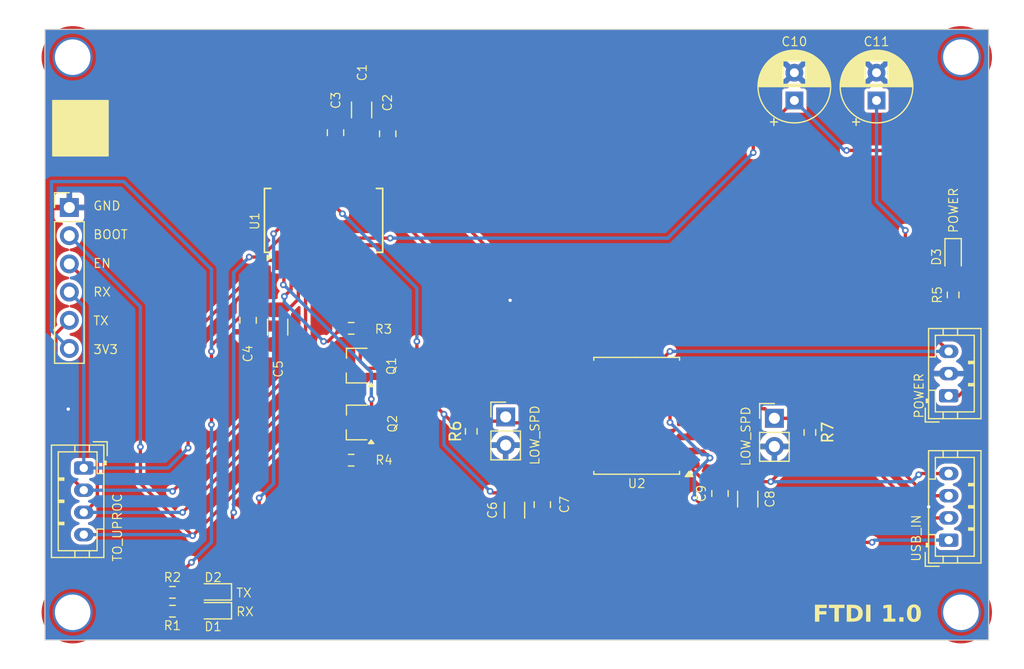
<source format=kicad_pcb>
(kicad_pcb (version 20240108) (generator "pcbnew") (generator_version "8.0")
  (layers (0 "F.Cu" signal) (31 "B.Cu" signal) (34 "B.Paste" user) (35 "F.Paste" user) (36 "B.SilkS" user "B.Silkscreen") (37 "F.SilkS" user "F.Silkscreen") (38 "B.Mask" user) (39 "F.Mask" user) (44 "Edge.Cuts" user))
  (net 0 "")
  (net 1 "GND")
  (net 2 "3V3")
  (net 3 "5V")
  (net 4 "Net-(U1-3V3OUT)")
  (net 8 "Net-(D1-A)")
  (net 11 "Net-(D2-A)")
  (net 15 "Net-(Q1-B)")
  (net 16 "Net-(Q2-B)")
  (net 19 "RX")
  (net 20 "TX")
  (net 21 "ENABLE")
  (net 22 "BOOT")
  (net 23 "CBUS1")
  (net 24 "CBUS0")
  (net 25 "DTR")
  (net 26 "RTS")
  (net 27 "USB_VBUS")
  (net 28 "USB_GND")
  (net 29 "D-")
  (net 30 "D+")
  (net 31 "USB_D-")
  (net 32 "USB_D+")
  (net 33 "Net-(D3-A)")
  (net 34 "SPD")
  (net 35 "SPU")
  (footprint "Resistor_SMD:R_0603_1608Metric_Pad0.98x0.95mm_HandSolder" (layer "F.Cu") (at 124.3 99.7 90)
    (property "Reference" "R6" (at 0 -1.43 90) (layer "F.SilkS"))
    (property "Value" "4.7K")
    (pad "1" smd roundrect (at -0.9125 0 90) (size 0.975 0.95) (layers "F.Cu" "F.Paste" "F.Mask") (net 3 "5V"))
    (pad "2" smd roundrect (at 0.9125 0 90) (size 0.975 0.95) (layers "F.Cu" "F.Paste" "F.Mask") (net 34 "SPD"))
  )
  (footprint "Resistor_SMD:R_0603_1608Metric_Pad0.98x0.95mm_HandSolder" (layer "F.Cu") (at 167.7 87.4125 90)
    (property "Reference" "R5" (at 0 -1.43 90) (layer "F.SilkS") (effects (font (size 0.8 0.8) (thickness 0.1))))
    (property "Value" "150R")
    (pad "1" smd roundrect (at -0.9125 0 90) (size 0.975 0.95) (layers "F.Cu" "F.Paste" "F.Mask") (net 2 "3V3"))
    (pad "2" smd roundrect (at 0.9125 0 90) (size 0.975 0.95) (layers "F.Cu" "F.Paste" "F.Mask") (net 33 "Net-(D3-A)"))
  )
  (footprint "Capacitor_SMD:C_0805_2012Metric_Pad1.18x1.45mm_HandSolder" (layer "F.Cu") (at 146.7 105.3 90)
    (property "Reference" "C9" (at 0 -1.68 90) (layer "F.SilkS") (effects (font (size 0.8 0.8) (thickness 0.1))))
    (property "Value" "0.1U")
    (pad "1" smd roundrect (at -1.0375 0 90) (size 1.175 1.45) (layers "F.Cu" "F.Paste" "F.Mask") (roundrect_rratio 0.212766) (net 28 "USB_GND"))
    (pad "2" smd roundrect (at 1.0375 0 90) (size 1.175 1.45) (layers "F.Cu" "F.Paste" "F.Mask") (roundrect_rratio 0.212766) (net 27 "USB_VBUS"))
  )
  (footprint "Package_TO_SOT_SMD:TSOT-23" (layer "F.Cu") (at 114.005 98.9233 180)
    (property "Reference" "Q2" (at -3.202102 -0.089616 90) (layer "F.SilkS") (effects (font (size 0.8 0.8) (thickness 0.1))))
    (property "Value" "2N3055")
    (pad "1" smd roundrect (at -1.31 -0.95 180) (size 1.22 0.65) (layers "F.Cu" "F.Paste" "F.Mask") (net 16 "Net-(Q2-B)"))
    (pad "2" smd roundrect (at -1.31 0.95 180) (size 1.22 0.65) (layers "F.Cu" "F.Paste" "F.Mask") (net 25 "DTR"))
    (pad "3" smd roundrect (at 1.31 0 180) (size 1.22 0.65) (layers "F.Cu" "F.Paste" "F.Mask") (net 22 "BOOT"))
  )
  (footprint "MountingHole:MountingHole_3.2mm_M3_DIN965_Pad_TopOnly" (layer "F.Cu") (at 88.4 66 90)
    (property "Reference" "H1" (hide yes))
    (property "Value" "MountingHole")
    (pad "1" thru_hole circle (at 0 0 90) (size 3.6 3.6) (drill 3.2) (layers "*.Cu" "*.Mask"))
    (pad "1" connect circle (at 0 0 90) (size 5.6 5.6) (layers "F.Cu" "F.Mask"))
  )
  (footprint "Capacitor_SMD:C_1206_3216Metric_Pad1.33x1.80mm_HandSolder" (layer "F.Cu") (at 149.2 105.8 90)
    (property "Reference" "C8" (at 0 2 90) (layer "F.SilkS") (effects (font (size 0.8 0.8) (thickness 0.1))))
    (property "Value" "10U")
    (pad "1" smd roundrect (at -1.5625 0 90) (size 1.325 1.8) (layers "F.Cu" "F.Paste" "F.Mask") (roundrect_rratio 0.188679) (net 28 "USB_GND"))
    (pad "2" smd roundrect (at 1.5625 0 90) (size 1.325 1.8) (layers "F.Cu" "F.Paste" "F.Mask") (roundrect_rratio 0.188679) (net 27 "USB_VBUS"))
  )
  (footprint "Connector_PinHeader_2.54mm:PinHeader_1x06_P2.54mm_Vertical" (layer "F.Cu") (at 88.1 79.54)
    (property "Reference" "J6" (hide yes))
    (property "Value" "Conn_01x06_Pin")
    (pad "1" thru_hole rect (at 0 0) (size 1.7 1.7) (drill 1) (layers "*.Cu" "*.Mask") (net 1 "GND"))
    (pad "2" thru_hole oval (at 0 2.54) (size 1.7 1.7) (drill 1) (layers "*.Cu" "*.Mask") (net 22 "BOOT"))
    (pad "3" thru_hole oval (at 0 5.08) (size 1.7 1.7) (drill 1) (layers "*.Cu" "*.Mask") (net 21 "ENABLE"))
    (pad "4" thru_hole oval (at 0 7.62) (size 1.7 1.7) (drill 1) (layers "*.Cu" "*.Mask") (net 19 "RX"))
    (pad "5" thru_hole oval (at 0 10.16) (size 1.7 1.7) (drill 1) (layers "*.Cu" "*.Mask") (net 20 "TX"))
    (pad "6" thru_hole oval (at 0 12.7) (size 1.7 1.7) (drill 1) (layers "*.Cu" "*.Mask") (net 2 "3V3"))
  )
  (footprint "Capacitor_SMD:C_0805_2012Metric_Pad1.18x1.45mm_HandSolder" (layer "F.Cu") (at 104.2 89.7 -90)
    (property "Reference" "C4" (at 3 0.014578 90) (layer "F.SilkS") (effects (font (size 0.8 0.8) (thickness 0.1))))
    (property "Value" "0.1U")
    (pad "1" smd roundrect (at -1.0375 0 270) (size 1.175 1.45) (layers "F.Cu" "F.Paste" "F.Mask") (roundrect_rratio 0.2127659574) (net 2 "3V3"))
    (pad "2" smd roundrect (at 1.0375 0 270) (size 1.175 1.45) (layers "F.Cu" "F.Paste" "F.Mask") (roundrect_rratio 0.2127659574) (net 1 "GND"))
  )
  (footprint "MountingHole:MountingHole_3.2mm_M3_DIN965_Pad_TopOnly" (layer "F.Cu") (at 88.4 116 90)
    (property "Reference" "H3" (hide yes))
    (property "Value" "MountingHole")
    (pad "1" thru_hole circle (at 0 0 90) (size 3.6 3.6) (drill 3.2) (layers "*.Cu" "*.Mask"))
    (pad "1" connect circle (at 0 0 90) (size 5.6 5.6) (layers "F.Cu" "F.Mask"))
  )
  (footprint "MountingHole:MountingHole_3.2mm_M3_DIN965_Pad_TopOnly" (layer "F.Cu") (at 168.4 66 90)
    (property "Reference" "H2" (hide yes))
    (property "Value" "MountingHole")
    (pad "1" thru_hole circle (at 0 0 90) (size 3.6 3.6) (drill 3.2) (layers "*.Cu" "*.Mask"))
    (pad "1" connect circle (at 0 0 90) (size 5.6 5.6) (layers "F.Cu" "F.Mask"))
  )
  (footprint "LED_SMD:LED_0603_1608Metric_Pad1.05x0.95mm_HandSolder" (layer "F.Cu") (at 101.05 114.16 180)
    (property "Reference" "D2" (at 0 1.3 0) (layer "F.SilkS") (effects (font (size 0.8 0.8) (thickness 0.1))))
    (property "Value" "YELLOW")
    (pad "1" smd roundrect (at -0.875 0 180) (size 1.05 0.95) (layers "F.Cu" "F.Paste" "F.Mask") (net 23 "CBUS1"))
    (pad "2" smd roundrect (at 0.875 0 180) (size 1.05 0.95) (layers "F.Cu" "F.Paste" "F.Mask") (net 11 "Net-(D2-A)"))
  )
  (footprint "Resistor_SMD:R_0603_1608Metric_Pad0.98x0.95mm_HandSolder" (layer "F.Cu") (at 113.485 102.3 180)
    (property "Reference" "R4" (at -2.962102 0.01 0) (layer "F.SilkS") (effects (font (size 0.8 0.8) (thickness 0.1))))
    (property "Value" "10K")
    (pad "1" smd roundrect (at -0.9125 0 180) (size 0.975 0.95) (layers "F.Cu" "F.Paste" "F.Mask") (net 25 "DTR"))
    (pad "2" smd roundrect (at 0.9125 0 180) (size 0.975 0.95) (layers "F.Cu" "F.Paste" "F.Mask") (net 15 "Net-(Q1-B)"))
  )
  (footprint "Package_SO:SOIC-16W_7.5x10.3mm_P1.27mm" (layer "F.Cu") (at 139.2 98.3 180)
    (property "Reference" "U2" (at 0 -6.1 0) (layer "F.SilkS") (effects (font (size 0.8 0.8) (thickness 0.1))))
    (property "Value" "ADUM3160")
    (pad "1" smd roundrect (at -4.65 -4.445 180) (size 2.05 0.6) (layers "F.Cu" "F.Paste" "F.Mask") (net 27 "USB_VBUS"))
    (pad "2" smd roundrect (at -4.65 -3.175 180) (size 2.05 0.6) (layers "F.Cu" "F.Paste" "F.Mask") (net 28 "USB_GND"))
    (pad "3" smd roundrect (at -4.65 -1.905 180) (size 2.05 0.6) (layers "F.Cu" "F.Paste" "F.Mask") (net 27 "USB_VBUS"))
    (pad "4" smd roundrect (at -4.65 -0.635 180) (size 2.05 0.6) (layers "F.Cu" "F.Paste" "F.Mask") (net 27 "USB_VBUS"))
    (pad "5" smd roundrect (at -4.65 0.635 180) (size 2.05 0.6) (layers "F.Cu" "F.Paste" "F.Mask") (net 35 "SPU"))
    (pad "6" smd roundrect (at -4.65 1.905 180) (size 2.05 0.6) (layers "F.Cu" "F.Paste" "F.Mask") (net 31 "USB_D-"))
    (pad "7" smd roundrect (at -4.65 3.175 180) (size 2.05 0.6) (layers "F.Cu" "F.Paste" "F.Mask") (net 32 "USB_D+"))
    (pad "8" smd roundrect (at -4.65 4.445 180) (size 2.05 0.6) (layers "F.Cu" "F.Paste" "F.Mask") (net 28 "USB_GND"))
    (pad "9" smd roundrect (at 4.65 4.445 180) (size 2.05 0.6) (layers "F.Cu" "F.Paste" "F.Mask") (net 1 "GND"))
    (pad "10" smd roundrect (at 4.65 3.175 180) (size 2.05 0.6) (layers "F.Cu" "F.Paste" "F.Mask") (net 30 "D+"))
    (pad "11" smd roundrect (at 4.65 1.905 180) (size 2.05 0.6) (layers "F.Cu" "F.Paste" "F.Mask") (net 29 "D-"))
    (pad "12" smd roundrect (at 4.65 0.635 180) (size 2.05 0.6) (layers "F.Cu" "F.Paste" "F.Mask") (net 3 "5V"))
    (pad "13" smd roundrect (at 4.65 -0.635 180) (size 2.05 0.6) (layers "F.Cu" "F.Paste" "F.Mask") (net 34 "SPD"))
    (pad "14" smd roundrect (at 4.65 -1.905 180) (size 2.05 0.6) (layers "F.Cu" "F.Paste" "F.Mask") (net 3 "5V"))
    (pad "15" smd roundrect (at 4.65 -3.175 180) (size 2.05 0.6) (layers "F.Cu" "F.Paste" "F.Mask") (net 1 "GND"))
    (pad "16" smd roundrect (at 4.65 -4.445 180) (size 2.05 0.6) (layers "F.Cu" "F.Paste" "F.Mask") (net 3 "5V"))
  )
  (footprint "Connector_PinHeader_2.54mm:PinHeader_1x02_P2.54mm_Vertical" (layer "F.Cu") (at 151.6 98.525)
    (property "Reference" "J4" (hide yes))
    (property "Value" "Conn_01x02_Pin")
    (pad "1" thru_hole rect (at 0 0) (size 1.7 1.7) (drill 1) (layers "*.Cu" "*.Mask") (net 35 "SPU"))
    (pad "2" thru_hole oval (at 0 2.54) (size 1.7 1.7) (drill 1) (layers "*.Cu" "*.Mask") (net 1 "GND"))
  )
  (footprint "Capacitor_SMD:C_1206_3216Metric_Pad1.33x1.80mm_HandSolder" (layer "F.Cu") (at 106.8646 90.3154 -90)
    (property "Reference" "C5" (at 3.767234 -0.05 90) (layer "F.SilkS") (effects (font (size 0.8 0.8) (thickness 0.1))))
    (property "Value" "10U")
    (pad "1" smd roundrect (at -1.5625 0 270) (size 1.325 1.8) (layers "F.Cu" "F.Paste" "F.Mask") (roundrect_rratio 0.1886792453) (net 2 "3V3"))
    (pad "2" smd roundrect (at 1.5625 0 270) (size 1.325 1.8) (layers "F.Cu" "F.Paste" "F.Mask") (roundrect_rratio 0.1886792453) (net 1 "GND"))
  )
  (footprint "Capacitor_THT:CP_Radial_D6.3mm_P2.50mm" (layer "F.Cu") (at 153.4 69.9 90)
    (property "Reference" "C10" (at 5.3 0 0) (layer "F.SilkS") (effects (font (size 0.8 0.8) (thickness 0.1))))
    (property "Value" "470u")
    (pad "1" thru_hole rect (at 0 0 90) (size 1.6 1.6) (drill 0.8) (layers "*.Cu" "*.Mask") (net 2 "3V3"))
    (pad "2" thru_hole circle (at 2.5 0 90) (size 1.6 1.6) (drill 0.8) (layers "*.Cu" "*.Mask") (net 1 "GND"))
  )
  (footprint "Resistor_SMD:R_0603_1608Metric_Pad0.98x0.95mm_HandSolder" (layer "F.Cu") (at 97.3875 114.2)
    (property "Reference" "R2" (at 0 -1.35 0) (layer "F.SilkS") (effects (font (size 0.8 0.8) (thickness 0.1))))
    (property "Value" "430R")
    (pad "1" smd roundrect (at -0.9125 0) (size 0.975 0.95) (layers "F.Cu" "F.Paste" "F.Mask") (net 2 "3V3"))
    (pad "2" smd roundrect (at 0.9125 0) (size 0.975 0.95) (layers "F.Cu" "F.Paste" "F.Mask") (net 11 "Net-(D2-A)"))
  )
  (footprint "Connector_PinHeader_2.54mm:PinHeader_1x02_P2.54mm_Vertical" (layer "F.Cu") (at 127.4 98.4)
    (property "Reference" "J3" (hide yes))
    (property "Value" "Conn_01x02_Pin")
    (pad "1" thru_hole rect (at 0 0) (size 1.7 1.7) (drill 1) (layers "*.Cu" "*.Mask") (net 34 "SPD"))
    (pad "2" thru_hole oval (at 0 2.54) (size 1.7 1.7) (drill 1) (layers "*.Cu" "*.Mask") (net 1 "GND"))
  )
  (footprint "Resistor_SMD:R_0603_1608Metric_Pad0.98x0.95mm_HandSolder" (layer "F.Cu") (at 113.485 90.4233)
    (property "Reference" "R3" (at 2.912102 0.0767 0) (layer "F.SilkS") (effects (font (size 0.8 0.8) (thickness 0.1))))
    (property "Value" "10K")
    (pad "1" smd roundrect (at -0.9125 0) (size 0.975 0.95) (layers "F.Cu" "F.Paste" "F.Mask") (net 26 "RTS"))
    (pad "2" smd roundrect (at 0.9125 0) (size 0.975 0.95) (layers "F.Cu" "F.Paste" "F.Mask") (net 16 "Net-(Q2-B)"))
  )
  (footprint "Connector_JST:JST_PH_B4B-PH-K_1x04_P2.00mm_Vertical" (layer "F.Cu") (at 167.3 109.5 90)
    (property "Reference" "J2" (hide yes))
    (property "Value" "Conn_01x04_Pin")
    (pad "1" thru_hole roundrect (at 0 0 90) (size 1.2 1.75) (drill 0.75) (layers "*.Cu" "*.Mask") (roundrect_rratio 0.208333) (net 28 "USB_GND"))
    (pad "2" thru_hole oval (at 2 0 90) (size 1.2 1.75) (drill 0.75) (layers "*.Cu" "*.Mask") (net 31 "USB_D-"))
    (pad "3" thru_hole oval (at 4 0 90) (size 1.2 1.75) (drill 0.75) (layers "*.Cu" "*.Mask") (net 32 "USB_D+"))
    (pad "4" thru_hole oval (at 6 0 90) (size 1.2 1.75) (drill 0.75) (layers "*.Cu" "*.Mask") (net 27 "USB_VBUS"))
  )
  (footprint "Connector_JST:JST_PH_B3B-PH-K_1x03_P2.00mm_Vertical" (layer "F.Cu") (at 167.3 96.5 90)
    (property "Reference" "J5" (hide yes))
    (property "Value" "Conn_01x03_Pin")
    (pad "1" thru_hole roundrect (at 0 0 90) (size 1.2 1.75) (drill 0.75) (layers "*.Cu" "*.Mask") (roundrect_rratio 0.208333) (net 2 "3V3"))
    (pad "2" thru_hole oval (at 2 0 90) (size 1.2 1.75) (drill 0.75) (layers "*.Cu" "*.Mask") (net 1 "GND"))
    (pad "3" thru_hole oval (at 4 0 90) (size 1.2 1.75) (drill 0.75) (layers "*.Cu" "*.Mask") (net 3 "5V"))
  )
  (footprint "Resistor_SMD:R_0603_1608Metric_Pad0.98x0.95mm_HandSolder" (layer "F.Cu") (at 154.8 99.8 90)
    (property "Reference" "R7" (at 0 1.6 90) (layer "F.SilkS"))
    (property "Value" "4.7K")
    (pad "1" smd roundrect (at -0.9125 0 90) (size 0.975 0.95) (layers "F.Cu" "F.Paste" "F.Mask") (net 27 "USB_VBUS"))
    (pad "2" smd roundrect (at 0.9125 0 90) (size 0.975 0.95) (layers "F.Cu" "F.Paste" "F.Mask") (net 35 "SPU"))
  )
  (footprint "Resistor_SMD:R_0603_1608Metric_Pad0.98x0.95mm_HandSolder" (layer "F.Cu") (at 97.3875 115.9)
    (property "Reference" "R1" (at 0 1.3 0) (layer "F.SilkS") (effects (font (size 0.8 0.8) (thickness 0.1))))
    (property "Value" "150R")
    (pad "1" smd roundrect (at -0.9125 0) (size 0.975 0.95) (layers "F.Cu" "F.Paste" "F.Mask") (net 2 "3V3"))
    (pad "2" smd roundrect (at 0.9125 0) (size 0.975 0.95) (layers "F.Cu" "F.Paste" "F.Mask") (net 8 "Net-(D1-A)"))
  )
  (footprint "Capacitor_SMD:C_1206_3216Metric_Pad1.33x1.80mm_HandSolder" (layer "F.Cu") (at 128.2 106.8 -90)
    (property "Reference" "C6" (at 0 2 90) (layer "F.SilkS") (effects (font (size 0.8 0.8) (thickness 0.1))))
    (property "Value" "10U")
    (pad "1" smd roundrect (at -1.5625 0 270) (size 1.325 1.8) (layers "F.Cu" "F.Paste" "F.Mask") (roundrect_rratio 0.188679) (net 3 "5V"))
    (pad "2" smd roundrect (at 1.5625 0 270) (size 1.325 1.8) (layers "F.Cu" "F.Paste" "F.Mask") (roundrect_rratio 0.188679) (net 1 "GND"))
  )
  (footprint "Capacitor_SMD:C_0805_2012Metric_Pad1.18x1.45mm_HandSolder" (layer "F.Cu") (at 116.775 72.9 90)
    (property "Reference" "C2" (at 2.8 -0.025 90) (layer "F.SilkS") (effects (font (size 0.8 0.8) (thickness 0.1))))
    (property "Value" "0.1U")
    (pad "1" smd roundrect (at -1.0375 0 90) (size 1.175 1.45) (layers "F.Cu" "F.Paste" "F.Mask") (roundrect_rratio 0.2127659574) (net 4 "Net-(U1-3V3OUT)"))
    (pad "2" smd roundrect (at 1.0375 0 90) (size 1.175 1.45) (layers "F.Cu" "F.Paste" "F.Mask") (roundrect_rratio 0.2127659574) (net 1 "GND"))
  )
  (footprint "Capacitor_THT:CP_Radial_D6.3mm_P2.50mm" (layer "F.Cu") (at 160.8 69.9 90)
    (property "Reference" "C11" (at 5.3 0 0) (layer "F.SilkS") (effects (font (size 0.8 0.8) (thickness 0.1))))
    (property "Value" "470u")
    (pad "1" thru_hole rect (at 0 0 90) (size 1.6 1.6) (drill 0.8) (layers "*.Cu" "*.Mask") (net 3 "5V"))
    (pad "2" thru_hole circle (at 2.5 0 90) (size 1.6 1.6) (drill 0.8) (layers "*.Cu" "*.Mask") (net 1 "GND"))
  )
  (footprint "Capacitor_SMD:C_1206_3216Metric_Pad1.33x1.80mm_HandSolder" (layer "F.Cu") (at 114.425 70.75 90)
    (property "Reference" "C1" (at 3.3625 0.0475 90) (layer "F.SilkS") (effects (font (size 0.8 0.8) (thickness 0.1))))
    (property "Value" "10U")
    (pad "1" smd roundrect (at -1.5625 0 90) (size 1.325 1.8) (layers "F.Cu" "F.Paste" "F.Mask") (roundrect_rratio 0.1886792453) (net 3 "5V"))
    (pad "2" smd roundrect (at 1.5625 0 90) (size 1.325 1.8) (layers "F.Cu" "F.Paste" "F.Mask") (roundrect_rratio 0.1886792453) (net 1 "GND"))
  )
  (footprint "LED_SMD:LED_0603_1608Metric_Pad1.05x0.95mm_HandSolder" (layer "F.Cu") (at 167.7 84 -90)
    (property "Reference" "D3" (at 0 1.5 90) (layer "F.SilkS") (effects (font (size 0.8 0.8) (thickness 0.1))))
    (property "Value" "BLUE")
    (pad "1" smd roundrect (at -0.875 0 270) (size 1.05 0.95) (layers "F.Cu" "F.Paste" "F.Mask") (net 1 "GND"))
    (pad "2" smd roundrect (at 0.875 0 270) (size 1.05 0.95) (layers "F.Cu" "F.Paste" "F.Mask") (net 33 "Net-(D3-A)"))
  )
  (footprint "LED_SMD:LED_0603_1608Metric_Pad1.05x0.95mm_HandSolder" (layer "F.Cu") (at 101.05 115.86 180)
    (property "Reference" "D1" (at 0 -1.43 0) (layer "F.SilkS") (effects (font (size 0.8 0.8) (thickness 0.1))))
    (property "Value" "BLUE")
    (pad "1" smd roundrect (at -0.875 0 180) (size 1.05 0.95) (layers "F.Cu" "F.Paste" "F.Mask") (net 24 "CBUS0"))
    (pad "2" smd roundrect (at 0.875 0 180) (size 1.05 0.95) (layers "F.Cu" "F.Paste" "F.Mask") (net 8 "Net-(D1-A)"))
  )
  (footprint "Package_TO_SOT_SMD:TSOT-23" (layer "F.Cu") (at 114.005 93.8 180)
    (property "Reference" "Q1" (at -3.1075 -0.0233 90) (layer "F.SilkS") (effects (font (size 0.8 0.8) (thickness 0.1))))
    (property "Value" "2N3055")
    (pad "1" smd roundrect (at -1.31 -0.95 180) (size 1.22 0.65) (layers "F.Cu" "F.Paste" "F.Mask") (net 15 "Net-(Q1-B)"))
    (pad "2" smd roundrect (at -1.31 0.95 180) (size 1.22 0.65) (layers "F.Cu" "F.Paste" "F.Mask") (net 26 "RTS"))
    (pad "3" smd roundrect (at 1.31 0 180) (size 1.22 0.65) (layers "F.Cu" "F.Paste" "F.Mask") (net 21 "ENABLE"))
  )
  (footprint "Capacitor_SMD:C_0805_2012Metric_Pad1.18x1.45mm_HandSolder" (layer "F.Cu") (at 112.075 72.8 90)
    (property "Reference" "C3" (at 2.9125 0.025 90) (layer "F.SilkS") (effects (font (size 0.8 0.8) (thickness 0.1))))
    (property "Value" "0.1U")
    (pad "1" smd roundrect (at -1.0375 0 90) (size 1.175 1.45) (layers "F.Cu" "F.Paste" "F.Mask") (roundrect_rratio 0.2127659574) (net 3 "5V"))
    (pad "2" smd roundrect (at 1.0375 0 90) (size 1.175 1.45) (layers "F.Cu" "F.Paste" "F.Mask") (roundrect_rratio 0.2127659574) (net 1 "GND"))
  )
  (footprint "MountingHole:MountingHole_3.2mm_M3_DIN965_Pad_TopOnly" (layer "F.Cu") (at 168.4 116 90)
    (property "Reference" "H4" (hide yes))
    (property "Value" "MountingHole")
    (pad "1" thru_hole circle (at 0 0 90) (size 3.6 3.6) (drill 3.2) (layers "*.Cu" "*.Mask"))
    (pad "1" connect circle (at 0 0 90) (size 5.6 5.6) (layers "F.Cu" "F.Mask"))
  )
  (footprint "Connector_JST:JST_PH_B4B-PH-K_1x04_P2.00mm_Vertical" (layer "F.Cu") (at 89.4 103 -90)
    (property "Reference" "J1" (hide yes))
    (property "Value" "Conn_01x04_Pin")
    (pad "1" thru_hole roundrect (at 0 0 270) (size 1.2 1.75) (drill 0.75) (layers "*.Cu" "*.Mask") (roundrect_rratio 0.208333) (net 19 "RX"))
    (pad "2" thru_hole oval (at 2 0 270) (size 1.2 1.75) (drill 0.75) (layers "*.Cu" "*.Mask") (net 20 "TX"))
    (pad "3" thru_hole oval (at 4 0 270) (size 1.2 1.75) (drill 0.75) (layers "*.Cu" "*.Mask") (net 21 "ENABLE"))
    (pad "4" thru_hole oval (at 6 0 270) (size 1.2 1.75) (drill 0.75) (layers "*.Cu" "*.Mask") (net 22 "BOOT"))
  )
  (footprint "Package_SO:SSOP-28_5.3x10.2mm_P0.65mm" (layer "F.Cu") (at 111 80.7 90)
    (property "Reference" "U1" (at -0.0625 -6.2 90) (layer "F.SilkS") (effects (font (size 0.8 0.8) (thickness 0.1))))
    (property "Value" "FT232RL")
    (pad "1" smd rect (at -3.6 -4.225 90) (size 1.75 0.45) (layers "F.Cu" "F.Paste" "F.Mask") (net 19 "RX"))
    (pad "2" smd rect (at -3.6 -3.575 90) (size 1.75 0.45) (layers "F.Cu" "F.Paste" "F.Mask") (net 25 "DTR"))
    (pad "3" smd rect (at -3.6 -2.925 90) (size 1.75 0.45) (layers "F.Cu" "F.Paste" "F.Mask") (net 26 "RTS"))
    (pad "4" smd rect (at -3.6 -2.275 90) (size 1.75 0.45) (layers "F.Cu" "F.Paste" "F.Mask") (net 2 "3V3"))
    (pad "5" smd rect (at -3.6 -1.625 90) (size 1.75 0.45) (layers "F.Cu" "F.Paste" "F.Mask") (net 20 "TX"))
    (pad "6" smd rect (at -3.6 -0.975 90) (size 1.75 0.45) (layers "F.Cu" "F.Paste" "F.Mask"))
    (pad "7" smd rect (at -3.6 -0.325 90) (size 1.75 0.45) (layers "F.Cu" "F.Paste" "F.Mask") (net 1 "GND"))
    (pad "8" smd rect (at -3.6 0.325 90) (size 1.75 0.45) (layers "F.Cu" "F.Paste" "F.Mask"))
    (pad "9" smd rect (at -3.6 0.975 90) (size 1.75 0.45) (layers "F.Cu" "F.Paste" "F.Mask"))
    (pad "10" smd rect (at -3.6 1.625 90) (size 1.75 0.45) (layers "F.Cu" "F.Paste" "F.Mask"))
    (pad "11" smd rect (at -3.6 2.275 90) (size 1.75 0.45) (layers "F.Cu" "F.Paste" "F.Mask"))
    (pad "12" smd rect (at -3.6 2.925 90) (size 1.75 0.45) (layers "F.Cu" "F.Paste" "F.Mask"))
    (pad "13" smd rect (at -3.6 3.575 90) (size 1.75 0.45) (layers "F.Cu" "F.Paste" "F.Mask"))
    (pad "14" smd rect (at -3.6 4.225 90) (size 1.75 0.45) (layers "F.Cu" "F.Paste" "F.Mask"))
    (pad "15" smd rect (at 3.6 4.225 90) (size 1.75 0.45) (layers "F.Cu" "F.Paste" "F.Mask") (net 30 "D+"))
    (pad "16" smd rect (at 3.6 3.575 90) (size 1.75 0.45) (layers "F.Cu" "F.Paste" "F.Mask") (net 29 "D-"))
    (pad "17" smd rect (at 3.6 2.925 90) (size 1.75 0.45) (layers "F.Cu" "F.Paste" "F.Mask") (net 4 "Net-(U1-3V3OUT)"))
    (pad "18" smd rect (at 3.6 2.275 90) (size 1.75 0.45) (layers "F.Cu" "F.Paste" "F.Mask") (net 1 "GND"))
    (pad "19" smd rect (at 3.6 1.625 90) (size 1.75 0.45) (layers "F.Cu" "F.Paste" "F.Mask"))
    (pad "20" smd rect (at 3.6 0.975 90) (size 1.75 0.45) (layers "F.Cu" "F.Paste" "F.Mask") (net 3 "5V"))
    (pad "21" smd rect (at 3.6 0.325 90) (size 1.75 0.45) (layers "F.Cu" "F.Paste" "F.Mask") (net 1 "GND"))
    (pad "22" smd rect (at 3.6 -0.325 90) (size 1.75 0.45) (layers "F.Cu" "F.Paste" "F.Mask") (net 23 "CBUS1"))
    (pad "23" smd rect (at 3.6 -0.975 90) (size 1.75 0.45) (layers "F.Cu" "F.Paste" "F.Mask") (net 24 "CBUS0"))
    (pad "24" smd rect (at 3.6 -1.625 90) (size 1.75 0.45) (layers "F.Cu" "F.Paste" "F.Mask"))
    (pad "25" smd rect (at 3.6 -2.275 90) (size 1.75 0.45) (layers "F.Cu" "F.Paste" "F.Mask") (net 1 "GND"))
    (pad "26" smd rect (at 3.6 -2.925 90) (size 1.75 0.45) (layers "F.Cu" "F.Paste" "F.Mask") (net 1 "GND"))
    (pad "27" smd rect (at 3.6 -3.575 90) (size 1.75 0.45) (layers "F.Cu" "F.Paste" "F.Mask"))
    (pad "28" smd rect (at 3.6 -4.225 90) (size 1.75 0.45) (layers "F.Cu" "F.Paste" "F.Mask"))
  )
  (footprint "Capacitor_SMD:C_0805_2012Metric_Pad1.18x1.45mm_HandSolder" (layer "F.Cu") (at 130.7 106.3 -90)
    (property "Reference" "C7" (at 0 -2 90) (layer "F.SilkS") (effects (font (size 0.8 0.8) (thickness 0.1))))
    (property "Value" "0.1U")
    (pad "1" smd roundrect (at -1.0375 0 270) (size 1.175 1.45) (layers "F.Cu" "F.Paste" "F.Mask") (roundrect_rratio 0.212766) (net 3 "5V"))
    (pad "2" smd roundrect (at 1.0375 0 270) (size 1.175 1.45) (layers "F.Cu" "F.Paste" "F.Mask") (roundrect_rratio 0.212766) (net 1 "GND"))
  )
  (gr_rect (start 86.6 69.9) (end 91.6 74.9) (stroke (width 0.1)) (fill solid) (layer "F.SilkS"))
  (gr_line (start 170.9 63.5) (end 170.9 118.5) (stroke (width 0.1)) (layer "Edge.Cuts"))
  (gr_line (start 85.9 63.5) (end 170.9 63.5) (stroke (width 0.1)) (layer "Edge.Cuts"))
  (gr_line (start 85.9 118.5) (end 85.9 63.5) (stroke (width 0.1)) (layer "Edge.Cuts"))
  (gr_line (start 170.9 118.5) (end 85.9 118.5) (stroke (width 0.1)) (layer "Edge.Cuts"))
  (gr_text "POWER\n" (at 165.1 98.6 90) (layer "F.SilkS") (effects (font (size 0.8 0.8) (thickness 0.1)) (justify left bottom)))
  (gr_text "TX\n" (at 103.075 114.25 0) (layer "F.SilkS") (effects (font (size 0.8 0.8) (thickness 0.1)) (justify left)))
  (gr_text "BOOT" (at 90.2 82.448 0) (layer "F.SilkS") (effects (font (size 0.8 0.8) (thickness 0.1)) (justify left bottom)))
  (gr_text "TO_UPROC" (at 92.9 111.5 90) (layer "F.SilkS") (effects (font (size 0.8 0.8) (thickness 0.1)) (justify left bottom)))
  (gr_text "LOW_SPD" (at 130.5 102.8 90) (layer "F.SilkS") (effects (font (size 0.8 0.8) (thickness 0.1)) (justify left bottom)))
  (gr_text "RX\n" (at 103.075 115.95 0) (layer "F.SilkS") (effects (font (size 0.8 0.8) (thickness 0.1)) (justify left)))
  (gr_text "POWER\n" (at 168.2 81.9 90) (layer "F.SilkS") (effects (font (size 0.8 0.8) (thickness 0.1)) (justify left bottom)))
  (gr_text "RX" (at 90.2 87.624 0) (layer "F.SilkS") (effects (font (size 0.8 0.8) (thickness 0.1)) (justify left bottom)))
  (gr_text "3V3" (at 90.2 92.8 0) (layer "F.SilkS") (effects (font (size 0.8 0.8) (thickness 0.1)) (justify left bottom)))
  (gr_text "USB_IN" (at 164.85 111.5 90) (layer "F.SilkS") (effects (font (size 0.8 0.8) (thickness 0.1)) (justify left bottom)))
  (gr_text "FTDI 1.0" (at 164.9 117.1 0) (layer "F.SilkS") (effects (font (size 1.5 1.5) (thickness 0.2) (bold yes)) (justify right bottom)))
  (gr_text "LOW_SPD" (at 149.5 102.9 90) (layer "F.SilkS") (effects (font (size 0.8 0.8) (thickness 0.1)) (justify left bottom)))
  (gr_text "TX" (at 90.2 90.212 0) (layer "F.SilkS") (effects (font (size 0.8 0.8) (thickness 0.1)) (justify left bottom)))
  (gr_text "EN" (at 90.2 85.036 0) (layer "F.SilkS") (effects (font (size 0.8 0.8) (thickness 0.1)) (justify left bottom)))
  (gr_text "GND\n" (at 90.2 79.86 0) (layer "F.SilkS") (effects (font (size 0.8 0.8) (thickness 0.1)) (justify left bottom)))
  (via (at 88 97.7) (size 0.6) (drill 0.3) (layers "F.Cu" "B.Cu") (net 1))
  (via (at 165.5 106.5) (size 0.6) (drill 0.3) (layers "F.Cu" "B.Cu") (net 1))
  (via (at 127.8 87.9) (size 0.6) (drill 0.3) (layers "F.Cu" "B.Cu") (net 1))
  (segment (start 165 74.4) (end 158.1 74.4) (width 0.3) (layer "F.Cu") (net 2))
  (segment (start 104.2 88.6625) (end 100.9 91.9625) (width 0.3) (layer "F.Cu") (net 2))
  (segment (start 168.625 87.4) (end 168.625 78.025) (width 0.3) (layer "F.Cu") (net 2))
  (segment (start 109.475 82.3) (end 117 82.3) (width 0.3) (layer "F.Cu") (net 2))
  (segment (start 167.7 89.8) (end 169.1 91.2) (width 0.3) (layer "F.Cu") (net 2))
  (segment (start 99.1 111.5) (end 96.475 114.125) (width 0.3) (layer "F.Cu") (net 2))
  (segment (start 149.7 74.6) (end 149.7 73.6) (width 0.3) (layer "F.Cu") (net 2))
  (segment (start 169.1 91.2) (end 169.1 95.6) (width 0.3) (layer "F.Cu") (net 2))
  (segment (start 108.725 87.7925) (end 107.7646 88.7529) (width 0.3) (layer "F.Cu") (net 2))
  (segment (start 96.475 115.9) (end 96.475 114.2) (width 0.3) (layer "F.Cu") (net 2))
  (segment (start 149.7 73.6) (end 153.4 69.9) (width 0.3) (layer "F.Cu") (net 2))
  (segment (start 167.7 88.325) (end 167.7 89.8) (width 0.3) (layer "F.Cu") (net 2))
  (segment (start 106.8646 88.7529) (end 104.2904 88.7529) (width 0.3) (layer "F.Cu") (net 2))
  (segment (start 167.7 88.325) (end 168.625 87.4) (width 0.3) (layer "F.Cu") (net 2))
  (segment (start 108.725 84.3) (end 108.725 87.7925) (width 0.3) (layer "F.Cu") (net 2))
  (segment (start 169.1 95.6) (end 168.2 96.5) (width 0.3) (layer "F.Cu") (net 2))
  (segment (start 108.725 83.05) (end 109.475 82.3) (width 0.3) (layer "F.Cu") (net 2))
  (segment (start 107.7646 88.7529) (end 106.8646 88.7529) (width 0.3) (layer "F.Cu") (net 2))
  (segment (start 96.475 114.125) (end 96.475 114.2) (width 0.3) (layer "F.Cu") (net 2))
  (segment (start 108.725 84.3) (end 108.725 83.05) (width 0.3) (layer "F.Cu") (net 2))
  (segment (start 100.9 92.5) (end 100.9 99.1) (width 0.3) (layer "F.Cu") (net 2))
  (segment (start 100.9 91.9625) (end 100.9 92.5) (width 0.3) (layer "F.Cu") (net 2))
  (segment (start 165 74.4) (end 168.625 78.025) (width 0.3) (layer "F.Cu") (net 2))
  (segment (start 104.2904 88.7529) (end 104.2 88.6625) (width 0.3) (layer "F.Cu") (net 2))
  (segment (start 168.2 96.5) (end 167.3 96.5) (width 0.3) (layer "F.Cu") (net 2))
  (via (at 99.1 111.5) (size 0.6) (drill 0.3) (layers "F.Cu" "B.Cu") (net 2))
  (via (at 158.1 74.4) (size 0.6) (drill 0.3) (layers "F.Cu" "B.Cu") (net 2))
  (via (at 149.7 74.6) (size 0.6) (drill 0.3) (layers "F.Cu" "B.Cu") (net 2))
  (via (at 100.9 92.5) (size 0.6) (drill 0.3) (layers "F.Cu" "B.Cu") (net 2))
  (via (at 100.9 99.1) (size 0.6) (drill 0.3) (layers "F.Cu" "B.Cu") (net 2))
  (via (at 117 82.3) (size 0.6) (drill 0.3) (layers "F.Cu" "B.Cu") (net 2))
  (segment (start 157.9 74.4) (end 153.4 69.9) (width 0.3) (layer "B.Cu") (net 2))
  (segment (start 93 77.2) (end 100.9 85.1) (width 0.3) (layer "B.Cu") (net 2))
  (segment (start 88.1 92.24) (end 86.5 90.64) (width 0.3) (layer "B.Cu") (net 2))
  (segment (start 86.5 90.64) (end 86.5 77.2) (width 0.3) (layer "B.Cu") (net 2))
  (segment (start 99.1 111.5) (end 100.9 109.7) (width 0.3) (layer "B.Cu") (net 2))
  (segment (start 100.9 85.1) (end 100.9 92.5) (width 0.3) (layer "B.Cu") (net 2))
  (segment (start 86.5 77.2) (end 93 77.2) (width 0.3) (layer "B.Cu") (net 2))
  (segment (start 117 82.3) (end 142 82.3) (width 0.3) (layer "B.Cu") (net 2))
  (segment (start 100.9 109.7) (end 100.9 99.1) (width 0.3) (layer "B.Cu") (net 2))
  (segment (start 142 82.3) (end 149.7 74.6) (width 0.3) (layer "B.Cu") (net 2))
  (segment (start 158.1 74.4) (end 157.9 74.4) (width 0.3) (layer "B.Cu") (net 2))
  (segment (start 135.574999 97.665) (end 136.025 98.115001) (width 0.3) (layer "F.Cu") (net 3))
  (segment (start 136.025 101.877684) (end 135.157684 102.745) (width 0.3) (layer "F.Cu") (net 3))
  (segment (start 111.975 73.9375) (end 111.975 77.1) (width 0.3) (layer "F.Cu") (net 3))
  (segment (start 124.3 100.6125) (end 119.4 95.7125) (width 0.3) (layer "F.Cu") (net 3))
  (segment (start 119.4 95.7125) (end 119.4 91.6) (width 0.3) (layer "F.Cu") (net 3))
  (segment (start 113.6 72.3125) (end 112.075 73.8375) (width 0.3) (layer "F.Cu") (net 3))
  (segment (start 128.2 105.2375) (end 126.1375 105.2375) (width 0.3) (layer "F.Cu") (net 3))
  (segment (start 112.075 73.8375) (end 111.975 73.9375) (width 0.3) (layer "F.Cu") (net 3))
  (segment (start 163.4 88.6) (end 163.4 81.6) (width 0.3) (layer "F.Cu") (net 3))
  (segment (start 134.55 100.205) (end 135.574999 100.205) (width 0.3) (layer "F.Cu") (net 3))
  (segment (start 111.975 79.375) (end 111.975 77.1) (width 0.3) (layer "F.Cu") (net 3))
  (segment (start 135.395 100.205) (end 134.55 100.205) (width 0.3) (layer "F.Cu") (net 3))
  (segment (start 136.025 99.575) (end 135.395 100.205) (width 0.3) (layer "F.Cu") (net 3))
  (segment (start 130.7 105.2625) (end 128.225 105.2625) (width 0.3) (layer "F.Cu") (net 3))
  (segment (start 112.7 80.1) (end 111.975 79.375) (width 0.3) (layer "F.Cu") (net 3))
  (segment (start 134.55 97.665) (end 137.035 97.665) (width 0.3) (layer "F.Cu") (net 3))
  (segment (start 128.225 105.2625) (end 128.2 105.2375) (width 0.3) (layer "F.Cu") (net 3))
  (segment (start 136.025 100.655001) (end 136.025 101.877684) (width 0.3) (layer "F.Cu") (net 3))
  (segment (start 135.157684 102.745) (end 134.55 102.745) (width 0.3) (layer "F.Cu") (net 3))
  (segment (start 136.025 98.115001) (end 136.025 99.575) (width 0.3) (layer "F.Cu") (net 3))
  (segment (start 137.035 97.665) (end 142.2 92.5) (width 0.3) (layer "F.Cu") (net 3))
  (segment (start 134.55 97.665) (end 135.574999 97.665) (width 0.3) (layer "F.Cu") (net 3))
  (segment (start 132.0325 105.2625) (end 134.55 102.745) (width 0.3) (layer "F.Cu") (net 3))
  (segment (start 134.55 100.205) (end 134.013026 100.205) (width 0.3) (layer "F.Cu") (net 3))
  (segment (start 130.7 105.2625) (end 132.0325 105.2625) (width 0.3) (layer "F.Cu") (net 3))
  (segment (start 167.3 92.5) (end 163.4 88.6) (width 0.3) (layer "F.Cu") (net 3))
  (segment (start 114.425 72.3125) (end 113.6 72.3125) (width 0.3) (layer "F.Cu") (net 3))
  (segment (start 135.574999 100.205) (end 136.025 100.655001) (width 0.3) (layer "F.Cu") (net 3))
  (segment (start 126.1375 105.2375) (end 126 105.1) (width 0.3) (layer "F.Cu") (net 3))
  (via (at 112.7 80.1) (size 0.6) (drill 0.3) (layers "F.Cu" "B.Cu") (net 3))
  (via (at 163.4 81.6) (size 0.6) (drill 0.3) (layers "F.Cu" "B.Cu") (net 3))
  (via (at 119.4 91.6) (size 0.6) (drill 0.3) (layers "F.Cu" "B.Cu") (net 3))
  (via (at 142.2 92.5) (size 0.6) (drill 0.3) (layers "F.Cu" "B.Cu") (net 3))
  (via (at 126 105.1) (size 0.6) (drill 0.3) (layers "F.Cu" "B.Cu") (net 3))
  (via (at 121.84375 98.15625) (size 0.6) (drill 0.3) (layers "F.Cu" "B.Cu") (net 3))
  (segment (start 126 105.1) (end 121.84375 100.94375) (width 0.3) (layer "B.Cu") (net 3))
  (segment (start 167.3 92.5) (end 142.2 92.5) (width 0.3) (layer "B.Cu") (net 3))
  (segment (start 119.4 86.8) (end 112.7 80.1) (width 0.3) (layer "B.Cu") (net 3))
  (segment (start 160.8 79) (end 160.8 69.9) (width 0.3) (layer "B.Cu") (net 3))
  (segment (start 163.4 81.6) (end 160.8 79) (width 0.3) (layer "B.Cu") (net 3))
  (segment (start 121.84375 100.94375) (end 121.84375 98.15625) (width 0.3) (layer "B.Cu") (net 3))
  (segment (start 119.4 91.6) (end 119.4 86.8) (width 0.3) (layer "B.Cu") (net 3))
  (segment (start 116.775 73.9375) (end 115.709683 73.9375) (width 0.3) (layer "F.Cu") (net 4))
  (segment (start 113.925 75.722183) (end 113.925 77.1) (width 0.3) (layer "F.Cu") (net 4))
  (segment (start 115.709683 73.9375) (end 113.925 75.722183) (width 0.3) (layer "F.Cu") (net 4))
  (segment (start 100.135 115.9) (end 100.175 115.86) (width 0.3) (layer "F.Cu") (net 8))
  (segment (start 98.3 115.9) (end 100.135 115.9) (width 0.3) (layer "F.Cu") (net 8))
  (segment (start 100.135 114.2) (end 100.175 114.16) (width 0.3) (layer "F.Cu") (net 11))
  (segment (start 98.3 114.2) (end 100.135 114.2) (width 0.3) (layer "F.Cu") (net 11))
  (segment (start 113.755 96.31) (end 113.755 101.1175) (width 0.3) (layer "F.Cu") (net 15))
  (segment (start 113.755 101.1175) (end 112.5725 102.3) (width 0.3) (layer "F.Cu") (net 15))
  (segment (start 115.315 94.75) (end 113.755 96.31) (width 0.3) (layer "F.Cu") (net 15))
  (segment (start 114.925 94.025) (end 115.999998 94.025) (width 0.3) (layer "F.Cu") (net 16))
  (segment (start 116.4 94.425002) (end 116.4 98.7883) (width 0.3) (layer "F.Cu") (net 16))
  (segment (start 116.4 98.7883) (end 115.315 99.8733) (width 0.3) (layer "F.Cu") (net 16))
  (segment (start 114.305 90.5158) (end 114.305 93.405) (width 0.3) (layer "F.Cu") (net 16))
  (segment (start 114.305 93.405) (end 114.925 94.025) (width 0.3) (layer "F.Cu") (net 16))
  (segment (start 114.3975 90.4233) (end 114.305 90.5158) (width 0.3) (layer "F.Cu") (net 16))
  (segment (start 115.999998 94.025) (end 116.4 94.425002) (width 0.3) (layer "F.Cu") (net 16))
  (segment (start 105.867768 84.3) (end 98.8 91.367768) (width 0.3) (layer "F.Cu") (net 19))
  (segment (start 98.8 91.367768) (end 98.8 101.2) (width 0.3) (layer "F.Cu") (net 19))
  (segment (start 106.775 84.3) (end 105.867768 84.3) (width 0.3) (layer "F.Cu") (net 19))
  (via (at 98.8 101.2) (size 0.6) (drill 0.3) (layers "F.Cu" "B.Cu") (net 19))
  (segment (start 89.4 88.46) (end 89.4 103) (width 0.3) (layer "B.Cu") (net 19))
  (segment (start 88.1 87.16) (end 89.4 88.46) (width 0.3) (layer "B.Cu") (net 19))
  (segment (start 97 103) (end 89.4 103) (width 0.3) (layer "B.Cu") (net 19))
  (segment (start 98.8 101.2) (end 97 103) (width 0.3) (layer "B.Cu") (net 19))
  (segment (start 109.375 93.125) (end 97.4 105.1) (width 0.3) (layer "F.Cu") (net 20))
  (segment (start 86.9 90.9) (end 86.9 102.5) (width 0.3) (layer "F.Cu") (net 20))
  (segment (start 86.9 102.5) (end 89.4 105) (width 0.3) (layer "F.Cu") (net 20))
  (segment (start 109.375 84.3) (end 109.375 93.125) (width 0.3) (layer "F.Cu") (net 20))
  (segment (start 88.1 89.7) (end 86.9 90.9) (width 0.3) (layer "F.Cu") (net 20))
  (via (at 97.4 105.1) (size 0.6) (drill 0.3) (layers "F.Cu" "B.Cu") (net 20))
  (segment (start 89.4 105) (end 97.3 105) (width 0.3) (layer "B.Cu") (net 20))
  (segment (start 97.3 105) (end 97.4 105.1) (width 0.3) (layer "B.Cu") (net 20))
  (segment (start 90.625 105.725) (end 90.7 105.8) (width 0.3) (layer "F.Cu") (net 21))
  (segment (start 89.5 107) (end 89.4 107) (width 0.3) (layer "F.Cu") (net 21))
  (segment (start 90.7 105.8) (end 89.5 107) (width 0.3) (layer "F.Cu") (net 21))
  (segment (start 112.695 93.8) (end 111.5 93.8) (width 0.3) (layer "F.Cu") (net 21))
  (segment (start 111.5 93.8) (end 98.3 107) (width 0.3) (layer "F.Cu") (net 21))
  (segment (start 88.1 84.62) (end 90.625 87.145) (width 0.3) (layer "F.Cu") (net 21))
  (segment (start 90.625 87.145) (end 90.625 105.725) (width 0.3) (layer "F.Cu") (net 21))
  (via (at 98.3 107) (size 0.6) (drill 0.3) (layers "F.Cu" "B.Cu") (net 21))
  (segment (start 98.3 107) (end 89.4 107) (width 0.3) (layer "B.Cu") (net 21))
  (segment (start 94.5 104.4) (end 99.2 109.1) (width 0.3) (layer "F.Cu") (net 22))
  (segment (start 94.5 101.1) (end 94.5 104.4) (width 0.3) (layer "F.Cu") (net 22))
  (segment (start 109.3767 98.9233) (end 99.2 109.1) (width 0.3) (layer "F.Cu") (net 22))
  (segment (start 112.695 98.9233) (end 109.3767 98.9233) (width 0.3) (layer "F.Cu") (net 22))
  (via (at 99.2 109.1) (size 0.6) (drill 0.3) (layers "F.Cu" "B.Cu") (net 22))
  (via (at 94.5 101.1) (size 0.6) (drill 0.3) (layers "F.Cu" "B.Cu") (net 22))
  (segment (start 94.5 88.48) (end 94.5 101.1) (width 0.3) (layer "B.Cu") (net 22))
  (segment (start 88.1 82.08) (end 94.5 88.48) (width 0.3) (layer "B.Cu") (net 22))
  (segment (start 98.5 109.1) (end 98.4 109) (width 0.3) (layer "B.Cu") (net 22))
  (segment (start 99.2 109.1) (end 98.5 109.1) (width 0.3) (layer "B.Cu") (net 22))
  (segment (start 98.4 109) (end 89.4 109) (width 0.3) (layer "B.Cu") (net 22))
  (segment (start 102.8 107.11005) (end 102.905025 107.005025) (width 0.3) (layer "F.Cu") (net 23))
  (segment (start 102.8 113.285) (end 102.8 107.11005) (width 0.3) (layer "F.Cu") (net 23))
  (segment (start 105.38995 84) (end 104.3 84) (width 0.3) (layer "F.Cu") (net 23))
  (segment (start 110.675 78.71495) (end 105.38995 84) (width 0.3) (layer "F.Cu") (net 23))
  (segment (start 110.675 77.1) (end 110.675 78.71495) (width 0.3) (layer "F.Cu") (net 23))
  (segment (start 101.925 114.16) (end 102.8 113.285) (width 0.3) (layer "F.Cu") (net 23))
  (via (at 102.905025 107.005025) (size 0.6) (drill 0.3) (layers "F.Cu" "B.Cu") (net 23))
  (via (at 104.3 84) (size 0.6) (drill 0.3) (layers "F.Cu" "B.Cu") (net 23))
  (segment (start 102.905025 107.005025) (end 102.905025 85.394975) (width 0.3) (layer "B.Cu") (net 23))
  (segment (start 102.905025 85.394975) (end 104.3 84) (width 0.3) (layer "B.Cu") (net 23))
  (segment (start 105.2 112.585) (end 105.2 105.7) (width 0.3) (layer "F.Cu") (net 24))
  (segment (start 101.925 115.86) (end 105.2 112.585) (width 0.3) (layer "F.Cu") (net 24))
  (segment (start 110.025 78.375) (end 106.5 81.9) (width 0.3) (layer "F.Cu") (net 24))
  (segment (start 110.025 77.1) (end 110.025 78.375) (width 0.3) (layer "F.Cu") (net 24))
  (via (at 106.5 81.9) (size 0.6) (drill 0.3) (layers "F.Cu" "B.Cu") (net 24))
  (via (at 105.2 105.7) (size 0.6) (drill 0.3) (layers "F.Cu" "B.Cu") (net 24))
  (segment (start 105.2 105.7) (end 106.5 104.4) (width 0.3) (layer "B.Cu") (net 24))
  (segment (start 106.5 104.4) (end 106.5 81.9) (width 0.3) (layer "B.Cu") (net 24))
  (segment (start 115.315 96.815) (end 115.3 96.8) (width 0.3) (layer "F.Cu") (net 25))
  (segment (start 115.315 97.9733) (end 115.315 96.815) (width 0.3) (layer "F.Cu") (net 25))
  (segment (start 114.305 102.2075) (end 114.3975 102.3) (width 0.3) (layer "F.Cu") (net 25))
  (segment (start 114.305 98.9833) (end 114.305 102.2075) (width 0.3) (layer "F.Cu") (net 25))
  (segment (start 107.425 86.452908) (end 107.375 86.502908) (width 0.3) (layer "F.Cu") (net 25))
  (segment (start 115.315 97.9733) (end 114.305 98.9833) (width 0.3) (layer "F.Cu") (net 25))
  (segment (start 107.425 84.3) (end 107.425 86.452908) (width 0.3) (layer "F.Cu") (net 25))
  (via (at 115.3 96.8) (size 0.6) (drill 0.3) (layers "F.Cu" "B.Cu") (net 25))
  (via (at 107.375 86.502908) (size 0.6) (drill 0.3) (layers "F.Cu" "B.Cu") (net 25))
  (segment (start 115.3 94.384846) (end 107.418062 86.502908) (width 0.3) (layer "B.Cu") (net 25))
  (segment (start 107.418062 86.502908) (end 107.375 86.502908) (width 0.3) (layer "B.Cu") (net 25))
  (segment (start 115.3 96.8) (end 115.3 94.384846) (width 0.3) (layer "B.Cu") (net 25))
  (segment (start 108.075 84.3) (end 108.075 86.931004) (width 0.3) (layer "F.Cu") (net 26))
  (segment (start 108.075 86.931004) (end 107.465604 87.5404) (width 0.3) (layer "F.Cu") (net 26))
  (segment (start 115.315 89.945158) (end 114.918142 89.5483) (width 0.3) (layer "F.Cu") (net 26))
  (segment (start 111 91.6) (end 111.3958 91.6) (width 0.3) (layer "F.Cu") (net 26))
  (segment (start 115.315 92.85) (end 115.315 89.945158) (width 0.3) (layer "F.Cu") (net 26))
  (segment (start 111.3958 91.6) (end 112.5725 90.4233) (width 0.3) (layer "F.Cu") (net 26))
  (segment (start 114.918142 89.5483) (end 113.4475 89.5483) (width 0.3) (layer "F.Cu") (net 26))
  (segment (start 113.4475 89.5483) (end 112.5725 90.4233) (width 0.3) (layer "F.Cu") (net 26))
  (via (at 111 91.6) (size 0.6) (drill 0.3) (layers "F.Cu" "B.Cu") (net 26))
  (via (at 107.465604 87.5404) (size 0.6) (drill 0.3) (layers "F.Cu" "B.Cu") (net 26))
  (segment (start 107.465604 87.5404) (end 107.465604 88.065604) (width 0.3) (layer "B.Cu") (net 26))
  (segment (start 107.465604 88.065604) (end 111 91.6) (width 0.3) (layer "B.Cu") (net 26))
  (segment (start 142.375 100.655001) (end 142.375 102.294999) (width 0.3) (layer "F.Cu") (net 27))
  (segment (start 154.8 100.7125) (end 151.275 104.2375) (width 0.3) (layer "F.Cu") (net 27))
  (segment (start 143.85 100.205) (end 142.825001 100.205) (width 0.3) (layer "F.Cu") (net 27))
  (segment (start 146.7 104.2625) (end 145.3675 104.2625) (width 0.3) (layer "F.Cu") (net 27))
  (segment (start 167.3 103.5) (end 164.7 103.5) (width 0.3) (layer "F.Cu") (net 27))
  (segment (start 145.3675 104.2625) (end 143.85 102.745) (width 0.3) (layer "F.Cu") (net 27))
  (segment (start 142.375 102.294999) (end 142.825001 102.745) (width 0.3) (layer "F.Cu") (net 27))
  (segment (start 143.85 98.935) (end 143.85 100.205) (width 0.3) (layer "F.Cu") (net 27))
  (segment (start 151.275 104.2375) (end 149.2 104.2375) (width 0.3) (layer "F.Cu") (net 27))
  (segment (start 142.825001 100.205) (end 142.375 100.655001) (width 0.3) (layer "F.Cu") (net 27))
  (segment (start 164.7 103.5) (end 164.594975 103.605025) (width 0.3) (layer "F.Cu") (net 27))
  (segment (start 149.2 104.2375) (end 146.725 104.2375) (width 0.3) (layer "F.Cu") (net 27))
  (segment (start 142.825001 102.745) (end 143.85 102.745) (width 0.3) (layer "F.Cu") (net 27))
  (via (at 151.275 104.2375) (size 0.6) (drill 0.3) (layers "F.Cu" "B.Cu") (net 27))
  (via (at 164.594975 103.605025) (size 0.6) (drill 0.3) (layers "F.Cu" "B.Cu") (net 27))
  (segment (start 151.275 104.2375) (end 163.9625 104.2375) (width 0.3) (layer "B.Cu") (net 27))
  (segment (start 163.9625 104.2375) (end 164.594975 103.605025) (width 0.3) (layer "B.Cu") (net 27))
  (segment (start 146.7 106.3375) (end 145.0375 106.3375) (width 0.3) (layer "F.Cu") (net 28))
  (segment (start 142.2 94.480001) (end 142.2 98.9) (width 0.3) (layer "F.Cu") (net 28))
  (segment (start 145.175 101.475) (end 143.85 101.475) (width 0.3) (layer "F.Cu") (net 28))
  (segment (start 142.825001 93.855) (end 142.2 94.480001) (width 0.3) (layer "F.Cu") (net 28))
  (segment (start 145.0375 106.3375) (end 144.4 105.7) (width 0.3) (layer "F.Cu") (net 28))
  (segment (start 145.8 102.1) (end 145.175 101.475) (width 0.3) (layer "F.Cu") (net 28))
  (segment (start 147.725 107.3625) (end 146.7 106.3375) (width 0.3) (layer "F.Cu") (net 28))
  (segment (start 149.4625 107.3625) (end 151.8 109.7) (width 0.3) (layer "F.Cu") (net 28))
  (segment (start 149.2 107.3625) (end 147.725 107.3625) (width 0.3) (layer "F.Cu") (net 28))
  (segment (start 143.85 93.855) (end 142.825001 93.855) (width 0.3) (layer "F.Cu") (net 28))
  (segment (start 151.8 109.7) (end 160.4 109.7) (width 0.3) (layer "F.Cu") (net 28))
  (via (at 144.4 105.7) (size 0.6) (drill 0.3) (layers "F.Cu" "B.Cu") (net 28))
  (via (at 160.4 109.7) (size 0.6) (drill 0.3) (layers "F.Cu" "B.Cu") (net 28))
  (via (at 142.2 98.9) (size 0.6) (drill 0.3) (layers "F.Cu" "B.Cu") (net 28))
  (via (at 145.8 102.1) (size 0.6) (drill 0.3) (layers "F.Cu" "B.Cu") (net 28))
  (segment (start 144.4 105.7) (end 144.4 103.5) (width 0.3) (layer "B.Cu") (net 28))
  (segment (start 144.4 103.5) (end 145.8 102.1) (width 0.3) (layer "B.Cu") (net 28))
  (segment (start 160.6 109.5) (end 167.3 109.5) (width 0.3) (layer "B.Cu") (net 28))
  (segment (start 160.4 109.7) (end 160.6 109.5) (width 0.3) (layer "B.Cu") (net 28))
  (segment (start 145.1 101.8) (end 145.6 101.8) (width 0.3) (layer "B.Cu") (net 28))
  (segment (start 145.6 101.9) (end 145.8 102.1) (width 0.3) (layer "B.Cu") (net 28))
  (segment (start 145.6 101.8) (end 145.6 101.9) (width 0.3) (layer "B.Cu") (net 28))
  (segment (start 142.2 98.9) (end 145.1 101.8) (width 0.3) (layer "B.Cu") (net 28))
  (segment (start 135.975 95.994999) (end 135.975 93.375) (width 0.3) (layer "F.Cu") (net 29))
  (segment (start 135.574999 96.395) (end 135.975 95.994999) (width 0.3) (layer "F.Cu") (net 29))
  (segment (start 118.425 75.825) (end 114.6 75.825) (width 0.3) (layer "F.Cu") (net 29))
  (segment (start 114.55 75.875) (end 114.55 76.9) (width 0.3) (layer "F.Cu") (net 29))
  (segment (start 114.6 75.825) (end 114.55 75.875) (width 0.3) (layer "F.Cu") (net 29))
  (segment (start 134.55 96.395) (end 135.574999 96.395) (width 0.3) (layer "F.Cu") (net 29))
  (segment (start 135.975 93.375) (end 118.425 75.825) (width 0.3) (layer "F.Cu") (net 29))
  (segment (start 132.425 95.125) (end 115.225 77.925) (width 0.3) (layer "F.Cu") (net 30))
  (segment (start 134.55 95.125) (end 132.425 95.125) (width 0.3) (layer "F.Cu") (net 30))
  (segment (start 115.225 77.925) (end 115.225 77.1) (width 0.3) (layer "F.Cu") (net 30))
  (segment (start 165.1 107.5) (end 167.3 107.5) (width 0.3) (layer "F.Cu") (net 31))
  (segment (start 153.995 96.395) (end 165.1 107.5) (width 0.3) (layer "F.Cu") (net 31))
  (segment (start 143.85 96.395) (end 153.995 96.395) (width 0.3) (layer "F.Cu") (net 31))
  (segment (start 143.85 95.125) (end 154.925 95.125) (width 0.3) (layer "F.Cu") (net 32))
  (segment (start 165.3 105.5) (end 167.3 105.5) (width 0.3) (layer "F.Cu") (net 32))
  (segment (start 154.925 95.125) (end 165.3 105.5) (width 0.3) (layer "F.Cu") (net 32))
  (segment (start 167.7 86.5) (end 167.7 84.875) (width 0.3) (layer "F.Cu") (net 33))
  (segment (start 127.0125 98.7875) (end 127.4 98.4) (width 0.3) (layer "F.Cu") (net 34))
  (segment (start 127.935 98.935) (end 134.55 98.935) (width 0.3) (layer "F.Cu") (net 34))
  (segment (start 127.4 98.4) (end 127.935 98.935) (width 0.3) (layer "F.Cu") (net 34))
  (segment (start 124.3 98.7875) (end 127.0125 98.7875) (width 0.3) (layer "F.Cu") (net 34))
  (segment (start 150.74 97.665) (end 143.85 97.665) (width 0.3) (layer "F.Cu") (net 35))
  (segment (start 154.4375 98.525) (end 154.8 98.8875) (width 0.3) (layer "F.Cu") (net 35))
  (segment (start 151.6 98.525) (end 150.74 97.665) (width 0.3) (layer "F.Cu") (net 35))
  (segment (start 151.6 98.525) (end 154.4375 98.525) (width 0.3) (layer "F.Cu") (net 35))
  (zone (net 1) (net_name "GND") (layers "F&B.Cu") (connect_pads (clearance 0.3)) (min_thickness 0.25) (fill yes (thermal_gap 0.5) (thermal_bridge_width 0.5))
    (polygon (pts (xy 84.8 63.2) (xy 171.9 63.2) (xy 174.1 65.4) (xy 174.1 120.3) (xy 84.6 120.3) (xy 83.6 119.3) (xy 83.6 64.4)))
  )
)
</source>
